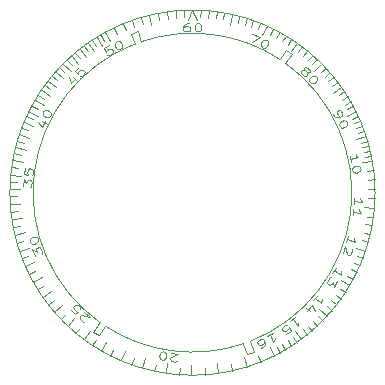
<source format=gbr>
%TF.GenerationSoftware,KiCad,Pcbnew,6.0.7-1.fc35*%
%TF.CreationDate,2022-12-09T23:37:34+01:00*%
%TF.ProjectId,slider,736c6964-6572-42e6-9b69-6361645f7063,rev?*%
%TF.SameCoordinates,Original*%
%TF.FileFunction,Legend,Top*%
%TF.FilePolarity,Positive*%
%FSLAX46Y46*%
G04 Gerber Fmt 4.6, Leading zero omitted, Abs format (unit mm)*
G04 Created by KiCad (PCBNEW 6.0.7-1.fc35) date 2022-12-09 23:37:34*
%MOMM*%
%LPD*%
G01*
G04 APERTURE LIST*
%TA.AperFunction,Profile*%
%ADD10C,0.050000*%
%TD*%
%ADD11C,0.120000*%
%TA.AperFunction,Profile*%
%ADD12C,0.100000*%
%TD*%
%ADD13C,0.125000*%
%ADD14C,0.100000*%
G04 APERTURE END LIST*
D10*
X146269724Y-82509286D02*
G75*
G03*
X143300000Y-106089999I4870276J-12590714D01*
G01*
X143741768Y-106392150D02*
G75*
G03*
X155460000Y-107890000I7398232J11292150D01*
G01*
X156010276Y-107690714D02*
G75*
G03*
X158980000Y-84110001I-4870276J12590714D01*
G01*
X158538232Y-83807850D02*
G75*
G03*
X146820000Y-82310000I-7398232J-11292150D01*
G01*
X159050000Y-83040000D02*
X158538323Y-83807711D01*
X159050000Y-83040000D02*
X159540000Y-83330000D01*
X159540000Y-83330000D02*
X158980000Y-84110000D01*
X143230000Y-107160000D02*
X143741677Y-106392289D01*
X143230000Y-107160000D02*
X142740000Y-106870000D01*
X142740000Y-106870000D02*
X143300000Y-106090000D01*
X155770000Y-108770000D02*
X155460000Y-107890000D01*
X156350000Y-108570000D02*
X155770000Y-108770000D01*
X156010000Y-107690000D02*
X156350000Y-108570000D01*
X146510000Y-81430000D02*
X146820000Y-82310000D01*
X145930000Y-81630000D02*
X146510000Y-81430000D01*
X146270000Y-82510000D02*
X145930000Y-81630000D01*
D11*
X151140000Y-79650000D02*
X150770000Y-80510000D01*
X151510000Y-80510000D02*
X151140000Y-79650000D01*
D12*
X166600000Y-95100000D02*
G75*
G03*
X166600000Y-95100000I-15460000J0D01*
G01*
D13*
X159460814Y-83107019D02*
X159950242Y-82403347D01*
D14*
X164645021Y-88842524D02*
X165163164Y-88601570D01*
D13*
X142431605Y-106811921D02*
X141919595Y-107499336D01*
D14*
X165036373Y-100427933D02*
X165570240Y-100631690D01*
D13*
X136541336Y-94799297D02*
X135684360Y-94782393D01*
X159827537Y-106812561D02*
X160341105Y-107498813D01*
X140213024Y-85422439D02*
X139571161Y-84854367D01*
D14*
X165888417Y-97128868D02*
X166454931Y-97203652D01*
X146919104Y-80821390D02*
X146757096Y-80273408D01*
X164997663Y-89645390D02*
X165529184Y-89435589D01*
D13*
X138421440Y-102249865D02*
X137673367Y-102668291D01*
X154328365Y-80870342D02*
X154513155Y-80033355D01*
D14*
X159209794Y-82584207D02*
X159519258Y-82103829D01*
X165780770Y-97773853D02*
X166343006Y-97875937D01*
X137214132Y-89830732D02*
X136679346Y-89629400D01*
X150053072Y-109946562D02*
X150011122Y-110516449D01*
X158729732Y-82290351D02*
X159021128Y-81798803D01*
D13*
X150844285Y-80746666D02*
X150653809Y-80746666D01*
X150558571Y-80780000D01*
X150510952Y-80813333D01*
X150415714Y-80913333D01*
X150368095Y-81046666D01*
X150368095Y-81313333D01*
X150415714Y-81380000D01*
X150463333Y-81413333D01*
X150558571Y-81446666D01*
X150749047Y-81446666D01*
X150844285Y-81413333D01*
X150891904Y-81380000D01*
X150939523Y-81313333D01*
X150939523Y-81146666D01*
X150891904Y-81080000D01*
X150844285Y-81046666D01*
X150749047Y-81013333D01*
X150558571Y-81013333D01*
X150463333Y-81046666D01*
X150415714Y-81080000D01*
X150368095Y-81146666D01*
X151558571Y-80746666D02*
X151653809Y-80746666D01*
X151749047Y-80780000D01*
X151796666Y-80813333D01*
X151844285Y-80880000D01*
X151891904Y-81013333D01*
X151891904Y-81180000D01*
X151844285Y-81313333D01*
X151796666Y-81380000D01*
X151749047Y-81413333D01*
X151653809Y-81446666D01*
X151558571Y-81446666D01*
X151463333Y-81413333D01*
X151415714Y-81380000D01*
X151368095Y-81313333D01*
X151320476Y-81180000D01*
X151320476Y-81013333D01*
X151368095Y-80880000D01*
X151415714Y-80813333D01*
X151463333Y-80780000D01*
X151558571Y-80746666D01*
X143487442Y-82681269D02*
X143037547Y-81951688D01*
X139089724Y-86885254D02*
X138381134Y-86402973D01*
D14*
X136822336Y-99174162D02*
X136272633Y-99330230D01*
D13*
X141960468Y-106021570D02*
X141902917Y-106013412D01*
X141810574Y-105972741D01*
X141636612Y-105810178D01*
X141589786Y-105720799D01*
X141577753Y-105663931D01*
X141588478Y-105582710D01*
X141633995Y-105534000D01*
X141737064Y-105493449D01*
X142427678Y-105591344D01*
X141975377Y-105168681D01*
X140836388Y-105062389D02*
X141184312Y-105387515D01*
X141446692Y-105176481D01*
X141389141Y-105168323D01*
X141296797Y-105127653D01*
X141122836Y-104965090D01*
X141076010Y-104875710D01*
X141063976Y-104818843D01*
X141074701Y-104737621D01*
X141188495Y-104615848D01*
X141268805Y-104599651D01*
X141326357Y-104607809D01*
X141418700Y-104648480D01*
X141592662Y-104811042D01*
X141639488Y-104900422D01*
X141651521Y-104957289D01*
D14*
X136508708Y-97891054D02*
X135947420Y-97998227D01*
X149053848Y-80361211D02*
X148974123Y-79795372D01*
X144420675Y-108388955D02*
X144164902Y-108899945D01*
X157740650Y-81751704D02*
X157994013Y-81239514D01*
X162656688Y-85658935D02*
X163099072Y-85297234D01*
D13*
X136774079Y-92512915D02*
X135930298Y-92362159D01*
X136938767Y-98461475D02*
X136104644Y-98658792D01*
D14*
X138555477Y-87138217D02*
X138072790Y-86832367D01*
D13*
X138071750Y-88620644D02*
X137304931Y-88237654D01*
D14*
X142972412Y-82652772D02*
X142658935Y-82175004D01*
X156673029Y-81281707D02*
X156885702Y-80751329D01*
D13*
X139186595Y-103460206D02*
X138483694Y-103950740D01*
D14*
X136861312Y-90889367D02*
X136313471Y-90726881D01*
X160893685Y-106352913D02*
X161268802Y-106783979D01*
X162343382Y-85296851D02*
X162773596Y-84920757D01*
X165144424Y-90066821D02*
X165681834Y-89872600D01*
X150434421Y-80233954D02*
X150408200Y-79663127D01*
X136391596Y-93041022D02*
X135825057Y-92966436D01*
D13*
X157067952Y-81770537D02*
X157417130Y-80987742D01*
X149809170Y-109351727D02*
X149757297Y-109377955D01*
X149658289Y-109397416D01*
X149422610Y-109363580D01*
X149333075Y-109317050D01*
X149290677Y-109277288D01*
X149253015Y-109204531D01*
X149262489Y-109138541D01*
X149323836Y-109046323D01*
X149946309Y-108731589D01*
X149333544Y-108643615D01*
X148621302Y-109248538D02*
X148527030Y-109235003D01*
X148437496Y-109188474D01*
X148395097Y-109148712D01*
X148357436Y-109075955D01*
X148329248Y-108937207D01*
X148352933Y-108772232D01*
X148419017Y-108647019D01*
X148475627Y-108587796D01*
X148527499Y-108561569D01*
X148626508Y-108542108D01*
X148720779Y-108555642D01*
X148810314Y-108602172D01*
X148852713Y-108641934D01*
X148890374Y-108714691D01*
X148918562Y-108853438D01*
X148894877Y-109018413D01*
X148828793Y-109143626D01*
X148772183Y-109202849D01*
X148720311Y-109229077D01*
X148621302Y-109248538D01*
X151021234Y-109688573D02*
X151018990Y-110545712D01*
D14*
X163627046Y-103217862D02*
X164105143Y-103530839D01*
X146154807Y-109133704D02*
X145964248Y-109672423D01*
X163274326Y-103737225D02*
X163739187Y-104069542D01*
X162901901Y-104227068D02*
X163352990Y-104577852D01*
X164028150Y-87637712D02*
X164522422Y-87350962D01*
D13*
X157668038Y-108148909D02*
X158053423Y-108914528D01*
X164198728Y-88591601D02*
X164964676Y-88206871D01*
X156216853Y-81650137D02*
X156825694Y-81921720D01*
X156149134Y-82386414D01*
X157347557Y-82154505D02*
X157434535Y-82193303D01*
X157507933Y-82262542D01*
X157537842Y-82312383D01*
X157554173Y-82392666D01*
X157543345Y-82533833D01*
X157475449Y-82686043D01*
X157377644Y-82788412D01*
X157306997Y-82829898D01*
X157249929Y-82840941D01*
X157149373Y-82832585D01*
X157062395Y-82793788D01*
X156988997Y-82724548D01*
X156959088Y-82674707D01*
X156942757Y-82594425D01*
X156953585Y-82453258D01*
X157021481Y-82301047D01*
X157119286Y-82198678D01*
X157189933Y-82157193D01*
X157247001Y-82146149D01*
X157347557Y-82154505D01*
D14*
X155556801Y-80880149D02*
X155726253Y-80334423D01*
D13*
X163067790Y-88426398D02*
X163153285Y-88596609D01*
X163225820Y-88666752D01*
X163276981Y-88694343D01*
X163409089Y-88734564D01*
X163549611Y-88717270D01*
X163787906Y-88597576D01*
X163826106Y-88525100D01*
X163834519Y-88467585D01*
X163821558Y-88367518D01*
X163736062Y-88197308D01*
X163663528Y-88127164D01*
X163612367Y-88099573D01*
X163531419Y-88086944D01*
X163382485Y-88161752D01*
X163344285Y-88234228D01*
X163335872Y-88291743D01*
X163348833Y-88391810D01*
X163434328Y-88562021D01*
X163506863Y-88632164D01*
X163558024Y-88659755D01*
X163638971Y-88672384D01*
X164184913Y-89090914D02*
X164227661Y-89176019D01*
X164240622Y-89276087D01*
X164232209Y-89333601D01*
X164194009Y-89406077D01*
X164096235Y-89508477D01*
X163947301Y-89583285D01*
X163806780Y-89600579D01*
X163725832Y-89587950D01*
X163674671Y-89560359D01*
X163602137Y-89490215D01*
X163559389Y-89405110D01*
X163546428Y-89305043D01*
X163554841Y-89247528D01*
X163593041Y-89175052D01*
X163690815Y-89072653D01*
X163839749Y-88997844D01*
X163980270Y-88980550D01*
X164061218Y-88993179D01*
X164112379Y-89020770D01*
X164184913Y-89090914D01*
D14*
X140396687Y-105412310D02*
X139984528Y-105808109D01*
X137605668Y-88891030D02*
X137086271Y-88652793D01*
D13*
X141151874Y-105735555D02*
X140566648Y-106361817D01*
X140096815Y-104641896D02*
X139448060Y-105202084D01*
D14*
X166025771Y-94785978D02*
X166597096Y-94775108D01*
X142277032Y-83132575D02*
X141936973Y-82673347D01*
D13*
X145394731Y-108516273D02*
X145058855Y-109304867D01*
D14*
X162010445Y-84924663D02*
X162427817Y-84534366D01*
D13*
X136706443Y-97231620D02*
X135858364Y-97355946D01*
X140823582Y-84783117D02*
X140217068Y-84177449D01*
D14*
X162499808Y-104717309D02*
X162936520Y-105085837D01*
X164801628Y-101015031D02*
X165325940Y-101242247D01*
D13*
X149006995Y-109533356D02*
X148885185Y-110381799D01*
D14*
X165712322Y-92084109D02*
X166271736Y-91967547D01*
D13*
X137317223Y-99750881D02*
X136504090Y-100022005D01*
D14*
X160933727Y-83887122D02*
X161308768Y-83455990D01*
X152481897Y-80273026D02*
X152532992Y-79703887D01*
X165908124Y-93238846D02*
X166475171Y-93168216D01*
X161275617Y-84199816D02*
X161665403Y-83781968D01*
X154969186Y-80713718D02*
X155116119Y-80161503D01*
D13*
X153211946Y-109543509D02*
X153335680Y-110391674D01*
X164962439Y-99761896D02*
X165776185Y-100031175D01*
D14*
X138516413Y-102993267D02*
X138032025Y-103296417D01*
D13*
X147651404Y-80888076D02*
X147448850Y-80055210D01*
D14*
X146204393Y-81056441D02*
X146014587Y-80517457D01*
X163783209Y-87236127D02*
X164268283Y-86934077D01*
X149769030Y-80272942D02*
X149716247Y-79703956D01*
D13*
X136570534Y-96020973D02*
X135715017Y-96073748D01*
X139621946Y-86139656D02*
X138945680Y-85613008D01*
X141472624Y-84172860D02*
X140904216Y-83531295D01*
X164554607Y-92518611D02*
X164453416Y-91956213D01*
X164504011Y-92237412D02*
X165192948Y-92113452D01*
X165077664Y-92037428D01*
X164995185Y-91955501D01*
X164945514Y-91867671D01*
X165353168Y-93003915D02*
X165370033Y-93097648D01*
X165354092Y-93197284D01*
X165329718Y-93250053D01*
X165272538Y-93308725D01*
X165149744Y-93379203D01*
X164985711Y-93408717D01*
X164846053Y-93385462D01*
X164772007Y-93350401D01*
X164730768Y-93309437D01*
X164681096Y-93221607D01*
X164664231Y-93127874D01*
X164680172Y-93028239D01*
X164704546Y-92975469D01*
X164761727Y-92916797D01*
X164884520Y-92846320D01*
X165048553Y-92816805D01*
X165188211Y-92840061D01*
X165262257Y-92875121D01*
X165303496Y-92916085D01*
X165353168Y-93003915D01*
D14*
X161304896Y-105980858D02*
X161695993Y-106397479D01*
D13*
X137006576Y-91477398D02*
X136176437Y-91263946D01*
D14*
X140935343Y-84258916D02*
X140543810Y-83842704D01*
X159630903Y-107341736D02*
X159956533Y-107811306D01*
X158239987Y-82016173D02*
X158512737Y-81514039D01*
D13*
X157427759Y-107231505D02*
X157938172Y-106974582D01*
X157682965Y-107103043D02*
X157997696Y-107728299D01*
X158037803Y-107596156D01*
X158092898Y-107493788D01*
X158162979Y-107421193D01*
X156976870Y-108242145D02*
X157147008Y-108156504D01*
X157217090Y-108083909D01*
X157244637Y-108032725D01*
X157284744Y-107900582D01*
X157267330Y-107760076D01*
X157147432Y-107521883D01*
X157074924Y-107483745D01*
X157017402Y-107475381D01*
X156917346Y-107488428D01*
X156747209Y-107574069D01*
X156677127Y-107646663D01*
X156649580Y-107697848D01*
X156637020Y-107778806D01*
X156711956Y-107927676D01*
X156784464Y-107965814D01*
X156841986Y-107974178D01*
X156942042Y-107961132D01*
X157112179Y-107875491D01*
X157182261Y-107802896D01*
X157209808Y-107751712D01*
X157222368Y-107670753D01*
D14*
X165633781Y-98479247D02*
X166190542Y-98607888D01*
X140298803Y-84895463D02*
X139882796Y-84503712D01*
D13*
X161881926Y-104972053D02*
X162514787Y-105550137D01*
X138566317Y-87689062D02*
X137827558Y-87254403D01*
D14*
X165986506Y-94002306D02*
X166556494Y-93961749D01*
D13*
X137792410Y-100459211D02*
X137596598Y-99871948D01*
X137955010Y-100103817D01*
X137909823Y-99968295D01*
X137911320Y-99867403D01*
X137927879Y-99811685D01*
X137976060Y-99745424D01*
X138134169Y-99692705D01*
X138212476Y-99716792D01*
X138259160Y-99751422D01*
X138320907Y-99831227D01*
X138411281Y-100102271D01*
X138409784Y-100203163D01*
X138393225Y-100258881D01*
X137400786Y-99284686D02*
X137370661Y-99194337D01*
X137372158Y-99093446D01*
X137388718Y-99037728D01*
X137436899Y-98971466D01*
X137548324Y-98884117D01*
X137706433Y-98831399D01*
X137847983Y-98834398D01*
X137926289Y-98858485D01*
X137972973Y-98893115D01*
X138034720Y-98972919D01*
X138064845Y-99063268D01*
X138063348Y-99164159D01*
X138046789Y-99219877D01*
X137998607Y-99286139D01*
X137887182Y-99373488D01*
X137729073Y-99426206D01*
X137587523Y-99423207D01*
X137509217Y-99399120D01*
X137462533Y-99364490D01*
X137400786Y-99284686D01*
D14*
X139378233Y-104227242D02*
X138926899Y-104577711D01*
D13*
X138368143Y-89048583D02*
X138785633Y-89257100D01*
X138023190Y-89142435D02*
X138364115Y-89578852D01*
X138640720Y-89025038D01*
X138478556Y-88305308D02*
X138521111Y-88220106D01*
X138593486Y-88149798D01*
X138644584Y-88122091D01*
X138725503Y-88109278D01*
X138866063Y-88126253D01*
X139015167Y-88200723D01*
X139113173Y-88302901D01*
X139151537Y-88375290D01*
X139160080Y-88432785D01*
X139147347Y-88532881D01*
X139104792Y-88618084D01*
X139032417Y-88688392D01*
X138981319Y-88716099D01*
X138900400Y-88728912D01*
X138759840Y-88711936D01*
X138610736Y-88637466D01*
X138512730Y-88535288D01*
X138474366Y-88462899D01*
X138465822Y-88405404D01*
X138478556Y-88305308D01*
D14*
X164821193Y-89233961D02*
X165346296Y-89008576D01*
D13*
X144175018Y-82284260D02*
X143765893Y-81531059D01*
D14*
X153744938Y-80439424D02*
X153845050Y-79876834D01*
D13*
X163016728Y-86634496D02*
X163713585Y-86135412D01*
D14*
X156702724Y-108908414D02*
X156915952Y-109438569D01*
X136597083Y-91906898D02*
X136038750Y-91785264D01*
D13*
X164159205Y-99299684D02*
X164338724Y-98757186D01*
X164248965Y-99028435D02*
X164913524Y-99248346D01*
X164848507Y-99126513D01*
X164815135Y-99015153D01*
X164813409Y-98914265D01*
X164640794Y-99860315D02*
X164657480Y-99915995D01*
X164659206Y-100016884D01*
X164584406Y-100242924D01*
X164522840Y-100322869D01*
X164476235Y-100357605D01*
X164397984Y-100381869D01*
X164334692Y-100360925D01*
X164254715Y-100284301D01*
X164054486Y-99616140D01*
X163860007Y-100203846D01*
X159402765Y-105982341D02*
X159860266Y-105639962D01*
X159631515Y-105811152D02*
X160050930Y-106371591D01*
X160067263Y-106234465D01*
X160103569Y-106124026D01*
X160159847Y-106040276D01*
X159097802Y-107084880D02*
X159479053Y-106799564D01*
X159317457Y-106504157D01*
X159299304Y-106559376D01*
X159243026Y-106643127D01*
X159052401Y-106785785D01*
X158956179Y-106816161D01*
X158898081Y-106818005D01*
X158820012Y-106793161D01*
X158720152Y-106659723D01*
X158718332Y-106577817D01*
X158736485Y-106522597D01*
X158792763Y-106438847D01*
X158983389Y-106296189D01*
X159079611Y-106265813D01*
X159137708Y-106263969D01*
D14*
X163508592Y-86824475D02*
X163983878Y-86507247D01*
X148348837Y-80478729D02*
X148241860Y-79917403D01*
X166015874Y-95569963D02*
X166587011Y-95588211D01*
X137811387Y-101740011D02*
X137299773Y-101994535D01*
X139093968Y-86345136D02*
X138632207Y-86008525D01*
X139711741Y-85560839D02*
X139272211Y-85195676D01*
X158709685Y-107919676D02*
X159001166Y-108411173D01*
X160512213Y-83534245D02*
X160871825Y-83090162D01*
X164243408Y-88039240D02*
X164746301Y-87767894D01*
X164547353Y-101582571D02*
X165061256Y-101832441D01*
D13*
X143845856Y-107741813D02*
X143417026Y-108483971D01*
D14*
X141581598Y-106518890D02*
X141215055Y-106957271D01*
X165634219Y-91672621D02*
X166190183Y-91540582D01*
D13*
X144087808Y-82636797D02*
X143669363Y-82864089D01*
X143786622Y-83179729D01*
X143812556Y-83127709D01*
X143880335Y-83052959D01*
X144089557Y-82939314D01*
X144189157Y-82923147D01*
X144246912Y-82929709D01*
X144320577Y-82965562D01*
X144400129Y-83112017D01*
X144390105Y-83193329D01*
X144364171Y-83245349D01*
X144296393Y-83320098D01*
X144087170Y-83433744D01*
X143987571Y-83449911D01*
X143929816Y-83443349D01*
X144673630Y-82318589D02*
X144757319Y-82273131D01*
X144856918Y-82256964D01*
X144914673Y-82263526D01*
X144988338Y-82299379D01*
X145093825Y-82393814D01*
X145173377Y-82540270D01*
X145195174Y-82680163D01*
X145185150Y-82761475D01*
X145159216Y-82813495D01*
X145091437Y-82888245D01*
X145007749Y-82933703D01*
X144908149Y-82949870D01*
X144850394Y-82943308D01*
X144776729Y-82907455D01*
X144671243Y-82813020D01*
X144591691Y-82666564D01*
X144569894Y-82526670D01*
X144579917Y-82445359D01*
X144605852Y-82393339D01*
X144673630Y-82318589D01*
D14*
X153118270Y-80341503D02*
X153194142Y-79775133D01*
X138046068Y-88010205D02*
X137544125Y-87737104D01*
X165526366Y-91271131D02*
X166078427Y-91123619D01*
X141581387Y-83681284D02*
X141215228Y-83242585D01*
D13*
X162975641Y-101934180D02*
X163268408Y-101443448D01*
X163122025Y-101688814D02*
X163723172Y-102047454D01*
X163686088Y-101914431D01*
X163677631Y-101798486D01*
X163697799Y-101699620D01*
X163406007Y-102579081D02*
X163088843Y-103110707D01*
X163030615Y-102687822D01*
X162957423Y-102810505D01*
X162880003Y-102875215D01*
X162826980Y-102899032D01*
X162745330Y-102905770D01*
X162602200Y-102820379D01*
X162569345Y-102745329D01*
X162565116Y-102687356D01*
X162585285Y-102588490D01*
X162731669Y-102343124D01*
X162809089Y-102278413D01*
X162862112Y-102254597D01*
X137761540Y-100950216D02*
X136976921Y-101295277D01*
D14*
X136283725Y-94218748D02*
X135713315Y-94184660D01*
D13*
X142799658Y-83116690D02*
X142309370Y-82413617D01*
D14*
X165477410Y-99105059D02*
X166027573Y-99259496D01*
X137243294Y-100447067D02*
X136710031Y-100652398D01*
X136332609Y-96647584D02*
X135764228Y-96706521D01*
X159190256Y-107615495D02*
X159498881Y-108096412D01*
D13*
X136619122Y-93726576D02*
X135766172Y-93641891D01*
X165002207Y-90547399D02*
X165816375Y-90279400D01*
D14*
X142962962Y-107547589D02*
X142648485Y-108024699D01*
X162970293Y-86060845D02*
X163424305Y-85713853D01*
X151805852Y-80223967D02*
X151831575Y-79653117D01*
X164253539Y-102140518D02*
X164756195Y-102412303D01*
D13*
X137306831Y-90450288D02*
X136494410Y-90177036D01*
D14*
X154380851Y-109633415D02*
X154506575Y-110190841D01*
D13*
X161354656Y-104195794D02*
X161740045Y-103773887D01*
X161547350Y-103984840D02*
X162064187Y-104456942D01*
X162054584Y-104319181D01*
X162069593Y-104203901D01*
X162109214Y-104111102D01*
X161121129Y-105143389D02*
X160776572Y-104828655D01*
X161478598Y-105147443D02*
X161270008Y-104634433D01*
X160852503Y-105091499D01*
X137675069Y-89481547D02*
X136884034Y-89151461D01*
X160664137Y-84747556D02*
X160620221Y-84656711D01*
X160610030Y-84599485D01*
X160623372Y-84518651D01*
X160646905Y-84495044D01*
X160727696Y-84481449D01*
X160784953Y-84491460D01*
X160875936Y-84535091D01*
X161010834Y-84669566D01*
X161054750Y-84760411D01*
X161064942Y-84817637D01*
X161051600Y-84898470D01*
X161028067Y-84922077D01*
X160947276Y-84935673D01*
X160890018Y-84925661D01*
X160799036Y-84882031D01*
X160664137Y-84747556D01*
X160573155Y-84703925D01*
X160515897Y-84693914D01*
X160435106Y-84707509D01*
X160340973Y-84801938D01*
X160327632Y-84882771D01*
X160337823Y-84939997D01*
X160381739Y-85030842D01*
X160516638Y-85165318D01*
X160607620Y-85208948D01*
X160664878Y-85218960D01*
X160745669Y-85205364D01*
X160839801Y-85110935D01*
X160853143Y-85030102D01*
X160842952Y-84972876D01*
X160799036Y-84882031D01*
X161584152Y-85241086D02*
X161651602Y-85308323D01*
X161695518Y-85399168D01*
X161705709Y-85456394D01*
X161692367Y-85537228D01*
X161631959Y-85665275D01*
X161514293Y-85783311D01*
X161386436Y-85844121D01*
X161305645Y-85857717D01*
X161248387Y-85847706D01*
X161157405Y-85804075D01*
X161089956Y-85736837D01*
X161046040Y-85645993D01*
X161035848Y-85588767D01*
X161049190Y-85507933D01*
X161109598Y-85379886D01*
X161227264Y-85261850D01*
X161355121Y-85201039D01*
X161435912Y-85187444D01*
X161493170Y-85197455D01*
X161584152Y-85241086D01*
D14*
X143667517Y-82221962D02*
X143381121Y-81727485D01*
D13*
X163695146Y-102518467D02*
X164431244Y-102957617D01*
X161447173Y-84793873D02*
X162052312Y-84186830D01*
D14*
X136254219Y-95413527D02*
X135682911Y-95425295D01*
X158289168Y-108164272D02*
X158563407Y-108665594D01*
D13*
X165506022Y-92533482D02*
X166349618Y-92381695D01*
D14*
X152187967Y-109946487D02*
X152228026Y-110516510D01*
X144754857Y-81653881D02*
X144509661Y-81137733D01*
X160061033Y-83181131D02*
X160404609Y-82724528D01*
D13*
X142121406Y-83630577D02*
X141591576Y-82956800D01*
X147128360Y-109126382D02*
X146894977Y-109951141D01*
X155470280Y-109039751D02*
X155724316Y-109858384D01*
D14*
X165418781Y-90879682D02*
X165966451Y-90716623D01*
D13*
X136788562Y-94567690D02*
X136849723Y-93951671D01*
X137082152Y-94309720D01*
X137096266Y-94167562D01*
X137138846Y-94076083D01*
X137176721Y-94031990D01*
X137247766Y-93991190D01*
X137413617Y-94007657D01*
X137475253Y-94061630D01*
X137503718Y-94112309D01*
X137527479Y-94210374D01*
X137499251Y-94494691D01*
X137456671Y-94586170D01*
X137418796Y-94630262D01*
X136939112Y-93051336D02*
X136892065Y-93525196D01*
X137219063Y-93605515D01*
X137190597Y-93554836D01*
X137166837Y-93456771D01*
X137190360Y-93219840D01*
X137232940Y-93128361D01*
X137270815Y-93084269D01*
X137341860Y-93043469D01*
X137507711Y-93059936D01*
X137569347Y-93113908D01*
X137597812Y-93164588D01*
X137621573Y-93262653D01*
X137598050Y-93499583D01*
X137555470Y-93591062D01*
X137517595Y-93635155D01*
X164779907Y-96084353D02*
X164826471Y-95514825D01*
X164803189Y-95799589D02*
X165500861Y-95856629D01*
X165408954Y-95753559D01*
X165350270Y-95653205D01*
X165324808Y-95555568D01*
X164702301Y-97033567D02*
X164748865Y-96464038D01*
X164725583Y-96748802D02*
X165423255Y-96805843D01*
X165331348Y-96702773D01*
X165272664Y-96602419D01*
X165247202Y-96504781D01*
X165680156Y-96321371D02*
X166534417Y-96391604D01*
D14*
X160502597Y-106675443D02*
X160861511Y-107120091D01*
D13*
X141011970Y-85316179D02*
X141342184Y-85645932D01*
X140655035Y-85296225D02*
X140840594Y-85818008D01*
X141278021Y-85379970D01*
X141553476Y-84443702D02*
X141216994Y-84780655D01*
X141419212Y-85049888D01*
X141429274Y-84992639D01*
X141472984Y-84901695D01*
X141641225Y-84733218D01*
X141732108Y-84689382D01*
X141789343Y-84679240D01*
X141870165Y-84692652D01*
X141988098Y-84810421D01*
X142001623Y-84891224D01*
X141991562Y-84948473D01*
X141947852Y-85039417D01*
X141779611Y-85207894D01*
X141688727Y-85251730D01*
X141631493Y-85261872D01*
D14*
X145489612Y-81320634D02*
X145272134Y-80792208D01*
X148045504Y-109662616D02*
X147926405Y-110221495D01*
X156094727Y-81056130D02*
X156286132Y-80517711D01*
X161746297Y-105559245D02*
X162153029Y-105960617D01*
M02*

</source>
